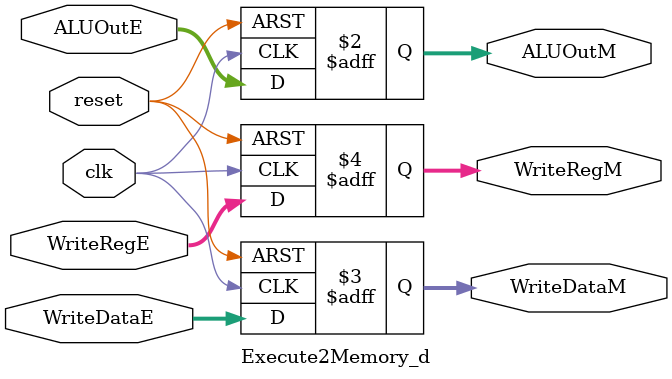
<source format=v>
`timescale 1ns / 1ps
module Execute2Memory_d(
	// initialize inputs and outputs:
	input wire clk, reset,
	input wire [31:0] ALUOutE, WriteDataE,
	input wire [4:0] WriteRegE,
	
	output reg [31:0] ALUOutM, WriteDataM,
	output reg [4:0] WriteRegM
	);
	
	// define outputs:
	always@(posedge clk, posedge reset)
	begin
		if(reset)
		begin
			ALUOutM <= 0; 
			WriteDataM <= 0;
			WriteRegM <= 0;
		end
		
		else
		begin
			ALUOutM <= ALUOutE; 
			WriteDataM <= WriteDataE;
			WriteRegM <= WriteRegE;
		end
	end
endmodule

</source>
